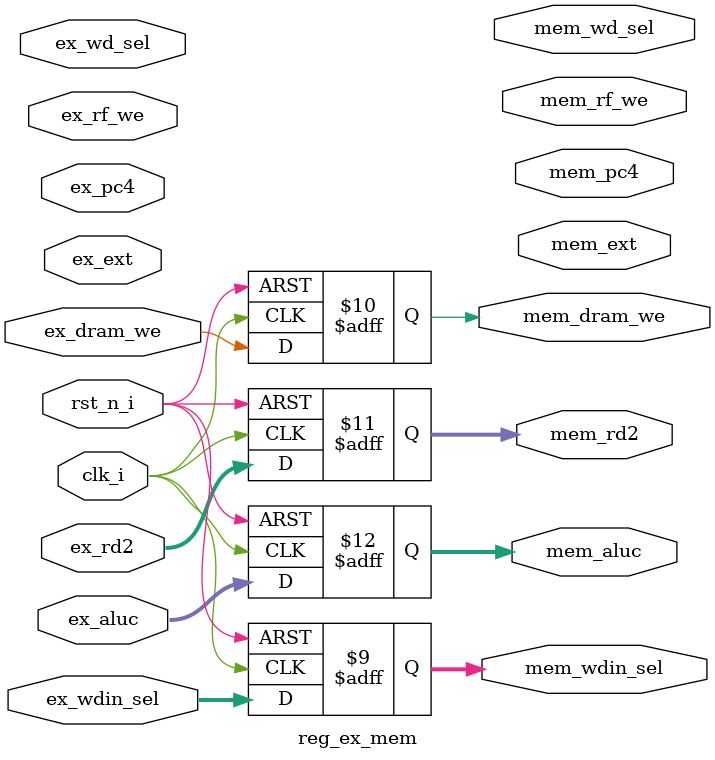
<source format=v>
`timescale 1ns / 1ps


module reg_ex_mem(
    input               clk_i,
    input               rst_n_i,
    
    input       [31:0]  ex_aluc,
    input       [31:0]  ex_rd2,
    input       [31:0]  ex_pc4,
    input       [31:0]  ex_ext,
    
    output  reg [31:0]  mem_aluc,
    output  reg [31:0]  mem_rd2,
    output  reg [31:0]  mem_pc4,
    output  reg [31:0]  mem_ext,
    
    // ¿ØÖÆÐÅºÅ
    input               ex_dram_we,
    input       [1:0]   ex_wdin_sel,
    input               ex_rf_we,
    input       [2:0]   ex_wd_sel,
    
    output  reg         mem_dram_we,
    output  reg [1:0]   mem_wdin_sel,
    output  reg         mem_rf_we,
    output  reg [2:0]   mem_wd_sel
    );
    // mem_aluc
    always @ (posedge clk_i or negedge rst_n_i) begin
        if (~rst_n_i)   mem_aluc <= 32'h0;
        else            mem_aluc <= ex_aluc;
    end
    
    // mem_rd2
    always @ (posedge clk_i or negedge rst_n_i) begin
        if (~rst_n_i)   mem_rd2 <= 32'h0;
        else            mem_rd2 <= ex_rd2;
    end
    
    // mem_dram_we
    always @ (posedge clk_i or negedge rst_n_i) begin
        if (~rst_n_i)   mem_dram_we <= 1'b0;
        else            mem_dram_we <= ex_dram_we;
    end
    
    // mem_wdin_sel
    always @ (posedge clk_i or negedge rst_n_i) begin
        if (~rst_n_i)   mem_wdin_sel <= 2'h0;
        else            mem_wdin_sel <= ex_wdin_sel;
    end
endmodule

</source>
